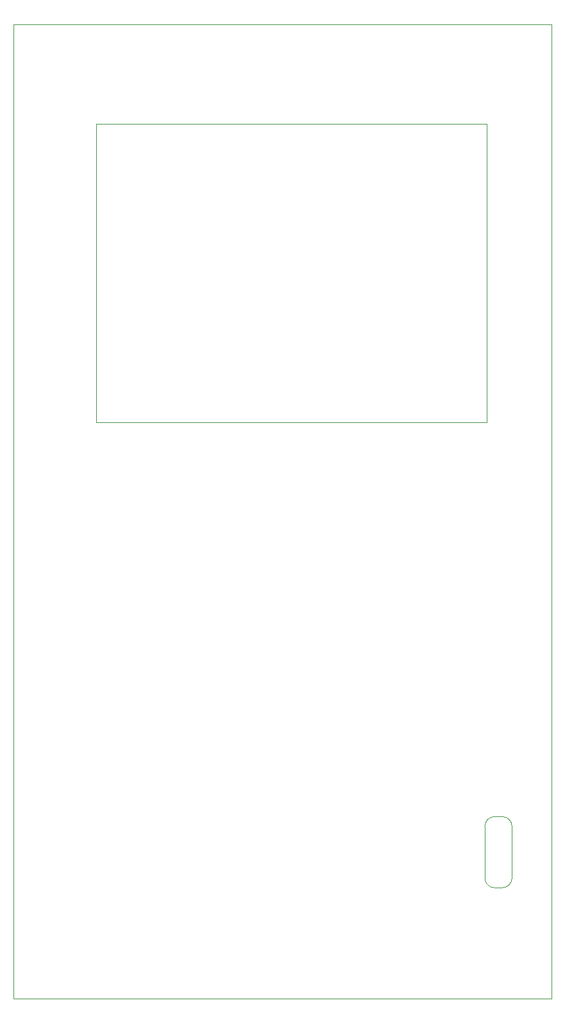
<source format=gbr>
G04 #@! TF.GenerationSoftware,KiCad,Pcbnew,8.0.8*
G04 #@! TF.CreationDate,2025-04-14T10:10:08+01:00*
G04 #@! TF.ProjectId,oscar_panel,6f736361-725f-4706-916e-656c2e6b6963,rev?*
G04 #@! TF.SameCoordinates,Original*
G04 #@! TF.FileFunction,Profile,NP*
%FSLAX46Y46*%
G04 Gerber Fmt 4.6, Leading zero omitted, Abs format (unit mm)*
G04 Created by KiCad (PCBNEW 8.0.8) date 2025-04-14 10:10:08*
%MOMM*%
%LPD*%
G01*
G04 APERTURE LIST*
G04 #@! TA.AperFunction,Profile*
%ADD10C,0.050000*%
G04 #@! TD*
G04 #@! TA.AperFunction,Profile*
%ADD11C,0.120000*%
G04 #@! TD*
G04 APERTURE END LIST*
D10*
X100000000Y-34900000D02*
X171000000Y-34900000D01*
X171000000Y-163400000D01*
X100000000Y-163400000D01*
X100000000Y-34900000D01*
X110900000Y-48000000D02*
X162500000Y-48000000D01*
X162500000Y-87400000D01*
X110900000Y-87400000D01*
X110900000Y-48000000D01*
D11*
X162200000Y-147500000D02*
X162200000Y-140700000D01*
X163500000Y-148800000D02*
X164500000Y-148800000D01*
X164500000Y-139400000D02*
X163500000Y-139400000D01*
X165800000Y-147480000D02*
X165800000Y-140720000D01*
X162200000Y-140700000D02*
G75*
G02*
X163500000Y-139400000I1319240J-19240D01*
G01*
X163500000Y-148800000D02*
G75*
G02*
X162200000Y-147500000I-1J1299999D01*
G01*
X164500000Y-139400000D02*
G75*
G02*
X165800140Y-140719239I-19240J-1319240D01*
G01*
X165800140Y-147480761D02*
G75*
G02*
X164500000Y-148800000I-1319378J-1D01*
G01*
M02*

</source>
